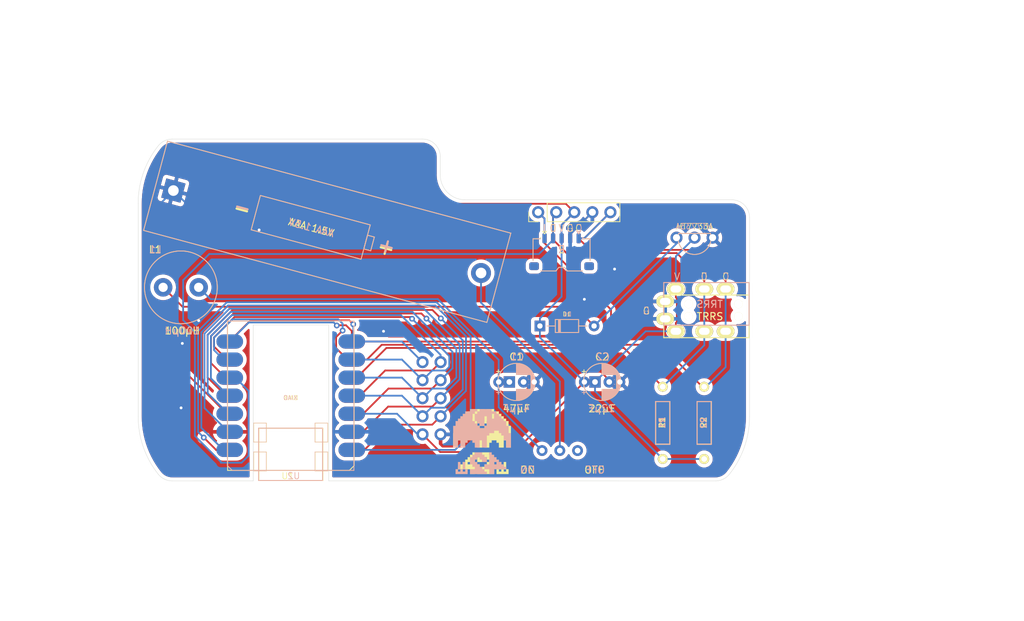
<source format=kicad_pcb>
(kicad_pcb (version 20211014) (generator pcbnew)
  (layers (0 "F.Cu" signal) (31 "B.Cu" signal) (34 "B.Paste" user) (35 "F.Paste" user) (36 "B.SilkS" user "B.Silkscreen") (37 "F.SilkS" user "F.Silkscreen") (38 "B.Mask" user) (39 "F.Mask" user) (44 "Edge.Cuts" user))
  (net 0 "")
  (net 1 "SDA")
  (net 2 "VCC")
  (net 3 "GND")
  (net 4 "SCL")
  (net 5 "Net-(BT1-Pad1)")
  (net 6 "Net-(C1-Pad1)")
  (net 7 "VDD")
  (net 8 "Net-(D1-Pad2)")
  (net 9 "INT")
  (net 10 "d0")
  (net 11 "d1")
  (net 12 "d2")
  (net 13 "d3")
  (net 14 "d7")
  (net 15 "d8")
  (net 16 "d9")
  (net 17 "d10")
  (footprint "mammoth:MJ-4PP-9" (layer "F.Cu") (at 204.17 78.4 -90)
    (fp_text reference "J1")
    (fp_text value "MJ-4PP-9" hide)
    (fp_text user "TRRS" (at -1.7 5.55 -180) (layer "B.SilkS") (effects (justify mirror)))
    (fp_text user "TRRS" (at 0.02 5.5) (layer "F.SilkS"))
    (pad "" np_thru_hole circle (at -1.75 1.5 270) (size 1.2 1.2) (drill 1.2) (layers *.Cu *.Mask "F.SilkS"))
    (pad "" np_thru_hole circle (at 0 1.5 270) (size 1.2 1.2) (drill 1.2) (layers *.Cu *.Mask "F.SilkS"))
    (pad "" np_thru_hole circle (at -1.75 8.5 270) (size 1.2 1.2) (drill 1.2) (layers *.Cu *.Mask "F.SilkS"))
    (pad "" np_thru_hole circle (at 0 8.5 270) (size 1.2 1.2) (drill 1.2) (layers *.Cu *.Mask "F.SilkS"))
    (pad "A" thru_hole oval (at -2.1 11.8 270) (size 1.7 2.5) (drill oval 1 1.5) (layers *.Cu *.Mask "F.SilkS") (net 3 "GND") (clearance 0.15))
    (pad "A" thru_hole oval (at 0.35 11.8 270) (size 1.7 2.5) (drill oval 1 1.5) (layers *.Cu *.Mask "F.SilkS") (net 3 "GND") (clearance 0.15))
    (pad "B" thru_hole oval (at 2.1 3.3 270) (size 1.7 2.5) (drill oval 1 1.5) (layers *.Cu *.Mask "F.SilkS") (net 4 "SCL"))
    (pad "B" thru_hole oval (at -3.85 3.3 270) (size 1.7 2.5) (drill oval 1 1.5) (layers *.Cu *.Mask "F.SilkS") (net 4 "SCL"))
    (pad "C" thru_hole oval (at -3.85 6.3 270) (size 1.7 2.5) (drill oval 1 1.5) (layers *.Cu *.Mask "F.SilkS") (net 1 "SDA"))
    (pad "C" thru_hole oval (at 2.1 6.3 270) (size 1.7 2.5) (drill oval 1 1.5) (layers *.Cu *.Mask "F.SilkS") (net 1 "SDA"))
    (pad "D" thru_hole oval (at 2.1 10.3 270) (size 1.7 2.5) (drill oval 1 1.5) (layers *.Cu *.Mask "F.SilkS") (net 7 "VDD") (clearance 0.15))
    (pad "D" thru_hole oval (at -3.85 10.3 270) (size 1.7 2.5) (drill oval 1 1.5) (layers *.Cu *.Mask "F.SilkS") (net 7 "VDD") (clearance 0.15))
  )
  (footprint "Connector_PinHeader_2.54mm:PinHeader_2x05_P2.54mm_Vertical" (layer "F.Cu") (at 158.237 84.841)
    (fp_text reference "J3" hide)
    (fp_text value "Conn_01x10_Female")
    (pad "1" thru_hole circle (at 0 0) (size 1.7 1.7) (drill 1) (layers *.Cu *.Mask) (net 14 "d7"))
    (pad "2" thru_hole oval (at 2.54 0) (size 1.7 1.7) (drill 1) (layers *.Cu *.Mask) (net 13 "d3"))
    (pad "3" thru_hole oval (at 0 2.54) (size 1.7 1.7) (drill 1) (layers *.Cu *.Mask) (net 15 "d8"))
    (pad "4" thru_hole oval (at 2.54 2.54) (size 1.7 1.7) (drill 1) (layers *.Cu *.Mask) (net 12 "d2"))
    (pad "5" thru_hole oval (at 0 5.08) (size 1.7 1.7) (drill 1) (layers *.Cu *.Mask) (net 16 "d9"))
    (pad "6" thru_hole oval (at 2.54 5.08) (size 1.7 1.7) (drill 1) (layers *.Cu *.Mask) (net 11 "d1"))
    (pad "7" thru_hole oval (at 0 7.62) (size 1.7 1.7) (drill 1) (layers *.Cu *.Mask) (net 17 "d10"))
    (pad "8" thru_hole oval (at 2.54 7.62) (size 1.7 1.7) (drill 1) (layers *.Cu *.Mask) (net 10 "d0"))
    (pad "9" thru_hole oval (at 0 10.16) (size 1.7 1.7) (drill 1) (layers *.Cu *.Mask) (net 7 "VDD"))
    (pad "10" thru_hole oval (at 2.54 10.16) (size 1.7 1.7) (drill 1) (layers *.Cu *.Mask) (net 3 "GND"))
  )
  (footprint "mammoth:bat_case_AAA" (layer "F.Cu") (at 123.19 60.706 -15)
    (fp_text reference "BT1" hide)
    (fp_text value "Battery_Cell")
    (fp_text user "+" (at 31 0 165 unlocked) (layer "B.SilkS") (effects (font (size 2 2) (thickness 0.3)) (justify mirror)))
    (fp_text user "AAA 1.5V" (at 20.100002 0.03 -15 unlocked) (layer "B.SilkS") (effects (justify mirror)))
    (fp_text user "-" (at 10 0 -195 unlocked) (layer "B.SilkS") (effects (font (size 2 2) (thickness 0.3)) (justify mirror)))
    (fp_text user "-" (at 10 0 -15 unlocked) (layer "F.SilkS") (effects (font (size 2 2) (thickness 0.3))))
    (fp_text user "+" (at 31 0 -15 unlocked) (layer "F.SilkS") (effects (font (size 2 2) (thickness 0.3))))
    (fp_text user "AAA 1.5V" (at 20.07 0 -15 unlocked) (layer "F.SilkS"))
    (pad "1" thru_hole circle (at 44.8 0 345) (size 2.8 2.8) (drill 1.5) (layers *.Cu *.Mask) (net 5 "Net-(BT1-Pad1)"))
    (pad "2" thru_hole rect (at 0 0 345) (size 2.8 2.8) (drill 1.5) (layers *.Cu *.Mask) (net 3 "GND"))
  )
  (footprint "mammoth:CP_Radial_D5.0mm_P2.00mm_P5.00mm_rev" (layer "F.Cu") (at 170.45 87.6305)
    (fp_text reference "C1")
    (fp_text value "47μF" (at 1 3.75) (layer "F.SilkS"))
    (fp_text user "47μF" (at 0.986 3.7215 unlocked) (layer "B.SilkS") (effects (justify mirror)))
    (fp_text user "${REFERENCE}" (at 1.09 -3.54 180) (layer "B.SilkS") (effects (justify mirror)))
    (fp_text user "${REFERENCE}" (at 0.99 -3.54) (layer "F.SilkS"))
    (pad "1" thru_hole rect (at 0 0) (size 1.6 1.6) (drill 0.8) (layers *.Cu *.Mask) (net 6 "Net-(C1-Pad1)"))
    (pad "1" thru_hole circle (at -1.5 0) (size 1.524 1.524) (drill 0.762) (layers *.Cu *.Mask) (net 6 "Net-(C1-Pad1)"))
    (pad "2" thru_hole circle (at 3.5 0) (size 1.524 1.524) (drill 0.762) (layers *.Cu *.Mask) (net 3 "GND"))
    (pad "2" thru_hole circle (at 2 0) (size 1.6 1.6) (drill 0.8) (layers *.Cu *.Mask) (net 3 "GND"))
  )
  (footprint "mammoth:D_DO-34_SOD68_P7.62mm_Horizontal" (layer "F.Cu") (at 174.747 79.756)
    (fp_text reference "D1")
    (fp_text value "D_Schottky")
    (fp_text user "${REFERENCE}" (at 3.85 -1.66 180) (layer "B.SilkS") (effects (font (size 0.608 0.608) (thickness 0.0912)) (justify mirror)))
    (fp_text user "${REFERENCE}" (at 3.8 -1.66) (layer "F.SilkS") (effects (font (size 0.608 0.608) (thickness 0.0912))))
    (pad "1" thru_hole rect (at 0 0) (size 1.5 1.5) (drill 0.75) (layers *.Cu *.Mask) (net 7 "VDD"))
    (pad "2" thru_hole oval (at 7.62 0) (size 1.5 1.5) (drill 0.75) (layers *.Cu *.Mask) (net 8 "Net-(D1-Pad2)"))
  )
  (footprint "mammoth:JST_ACH_BM05B-ACHSS-A-GAN-ETF_1x05-1MP_P1.20mm_Vertical_rev" (layer "F.Cu") (at 177.8 69.596)
    (fp_text reference "J2")
    (fp_text value "Conn_01x05_Female")
    (fp_text user "I" (at -2.4 -3.596 unlocked) (layer "B.SilkS") (effects (font (thickness 0.1)) (justify mirror)))
    (fp_text user "V" (at 0 -3.596 unlocked) (layer "B.SilkS") (effects (font (thickness 0.1)) (justify mirror)))
    (fp_text user "R" (at 0 -0.596 unlocked) (layer "B.SilkS") (effects (justify mirror)))
    (fp_text user "C" (at 2.45 -3.596 unlocked) (layer "B.SilkS") (effects (font (thickness 0.1)) (justify mirror)))
    (fp_text user "G" (at 1.2 -3.596 unlocked) (layer "B.SilkS") (effects (font (thickness 0.1)) (justify mirror)))
    (fp_text user "D" (at -1.2 -3.596 unlocked) (layer "B.SilkS") (effects (font (thickness 0.1)) (justify mirror)))
    (fp_text user "V" (at 0 -3.596 unlocked) (layer "F.SilkS") (effects (font (thickness 0.1))))
    (fp_text user "C" (at 2.4 -3.596 unlocked) (layer "F.SilkS") (effects (font (thickness 0.1))))
    (fp_text user "D" (at -1.2 -3.596 unlocked) (layer "F.SilkS") (effects (font (thickness 0.1))))
    (fp_text user "L" (at 0 -0.596 unlocked) (layer "F.SilkS"))
    (fp_text user "I" (at -2.4 -3.596 unlocked) (layer "F.SilkS") (effects (font (thickness 0.1))))
    (fp_text user "G" (at 1.2 -3.596 unlocked) (layer "F.SilkS") (effects (font (thickness 0.1))))
    (pad "1" smd roundrect (at -2.4 -2.175) (size 0.6 1.4) (layers "F.Cu" "F.Paste" "F.Mask") (net 9 "INT"))
    (pad "1" smd roundrect (at -2.4 -2.175) (size 0.6 1.4) (layers "B.Cu" "B.Paste" "B.Mask") (net 9 "INT"))
    (pad "2" smd roundrect (at -1.2 -2.175) (size 0.6 1.4) (layers "B.Cu" "B.Paste" "B.Mask") (net 1 "SDA"))
    (pad "2" smd roundrect (at -1.2 -2.175) (size 0.6 1.4) (layers "F.Cu" "F.Paste" "F.Mask") (net 1 "SDA"))
    (pad "3" smd roundrect (at 0 -2.175) (size 0.6 1.4) (layers "F.Cu" "F.Paste" "F.Mask") (net 7 "VDD"))
    (pad "3" smd roundrect (at 0 -2.175) (size 0.6 1.4) (layers "B.Cu" "B.Paste" "B.Mask") (net 7 "VDD"))
    (pad "4" smd roundrect (at 1.2 -2.175) (size 0.6 1.4) (layers "F.Cu" "F.Paste" "F.Mask") (net 3 "GND"))
    (pad "4" smd roundrect (at 1.2 -2.175 180) (size 0.6 1.4) (layers "B.Cu" "B.Paste" "B.Mask") (net 3 "GND"))
    (pad "5" smd roundrect (at 2.4 -2.175) (size 0.6 1.4) (layers "B.Cu" "B.Paste" "B.Mask") (net 4 "SCL"))
    (pad "5" smd roundrect (at 2.4 -2.175) (size 0.6 1.4) (layers "F.Cu" "F.Paste" "F.Mask") (net 4 "SCL"))
    (pad "MP" smd roundrect (at 3.875 1.75) (size 1.35 1.1) (layers "B.Cu" "B.Paste" "B.Mask"))
    (pad "MP" smd roundrect (at -3.875 1.75) (size 1.35 1.1) (layers "F.Cu" "F.Paste" "F.Mask"))
    (pad "MP" smd roundrect (at -3.875 1.75) (size 1.35 1.1) (layers "B.Cu" "B.Paste" "B.Mask"))
    (pad "MP" smd roundrect (at 3.875 1.75) (size 1.35 1.1) (layers "F.Cu" "F.Paste" "F.Mask"))
  )
  (footprint "Connector_PinHeader_2.54mm:PinHeader_1x05_P2.54mm_Vertical" (layer "F.Cu") (at 174.503 63.754 90)
    (fp_text reference "J4" hide)
    (fp_text value "Conn_01x05_Female")
    (pad "1" thru_hole circle (at 0 0 90) (size 1.7 1.7) (drill 1) (layers *.Cu *.Mask) (net 9 "INT"))
    (pad "2" thru_hole oval (at 0 2.54 90) (size 1.7 1.7) (drill 1) (layers *.Cu *.Mask) (net 1 "SDA"))
    (pad "3" thru_hole oval (at 0 5.08 90) (size 1.7 1.7) (drill 1) (layers *.Cu *.Mask) (net 7 "VDD"))
    (pad "4" thru_hole oval (at 0 7.62 90) (size 1.7 1.7) (drill 1) (layers *.Cu *.Mask) (net 3 "GND"))
    (pad "5" thru_hole oval (at 0 10.16 90) (size 1.7 1.7) (drill 1) (layers *.Cu *.Mask) (net 4 "SCL"))
  )
  (footprint "mammoth:R" (layer "F.Cu") (at 192.024 93.384 90)
    (fp_text reference "R1" (at 0.05 -0.08 90) (layer "F.SilkS") (effects (font (size 0.8128 0.8128))))
    (fp_text value "R" hide)
    (fp_text user "${REFERENCE}" (at 0 -0.0635 90) (layer "B.SilkS") (effects (font (size 0.8128 0.8128)) (justify mirror)))
    (pad "1" thru_hole circle (at -5.08 0 90) (size 1.397 1.397) (drill 0.8128) (layers *.Cu *.Mask "F.SilkS") (net 7 "VDD"))
    (pad "2" thru_hole circle (at 5.08 0 90) (size 1.397 1.397) (drill 0.8128) (layers *.Cu *.Mask "F.SilkS") (net 1 "SDA"))
  )
  (footprint "mammoth:R" (layer "F.Cu") (at 197.852 93.384 90)
    (fp_text reference "R2" (at 0.05 -0.08 90) (layer "F.SilkS") (effects (font (size 0.8128 0.8128))))
    (fp_text value "R" hide)
    (fp_text user "${REFERENCE}" (at 0 -0.0635 90) (layer "B.SilkS") (effects (font (size 0.8128 0.8128)) (justify mirror)))
    (pad "1" thru_hole circle (at -5.08 0 90) (size 1.397 1.397) (drill 0.8128) (layers *.Cu *.Mask "F.SilkS") (net 7 "VDD"))
    (pad "2" thru_hole circle (at 5.08 0 90) (size 1.397 1.397) (drill 0.8128) (layers *.Cu *.Mask "F.SilkS") (net 4 "SCL"))
  )
  (footprint "mammoth:SS-12D00G3" (layer "F.Cu") (at 177.546 97.282)
    (fp_text reference "SW1")
    (fp_text value "SW_SPDT")
    (pad "1" thru_hole circle (at -2.5 0) (size 1.524 1.524) (drill 0.8) (layers *.Cu *.Mask) (net 6 "Net-(C1-Pad1)"))
    (pad "2" thru_hole circle (at 0 0) (size 1.524 1.524) (drill 0.8) (layers *.Cu *.Mask) (net 5 "Net-(BT1-Pad1)"))
    (pad "3" thru_hole circle (at 2.5 0) (size 1.524 1.524) (drill 0.8) (layers *.Cu *.Mask))
  )
  (footprint "mammoth:Seeeduino XIAO-MOUDLE14P-2.54-21X17.8MM" (layer "F.Cu") (at 148.6154 79.0694 180)
    (fp_text reference "U1" (at 9.3345 -21.7805) (layer "F.SilkS") (effects (font (size 0.889 0.889) (thickness 0.1016))))
    (fp_text value "XIAO" (at 8.89 -10.795) (layer "F.SilkS") (effects (font (size 0.6096 0.6096) (thickness 0.0762))))
    (pad "1" smd oval (at 0.33312 -18.11782 180) (size 3.74828 1.99898) (layers "F.Cu" "F.Paste" "F.Mask") (net 10 "d0"))
    (pad "2" smd oval (at 0.33312 -15.57782 180) (size 3.74828 1.99898) (layers "F.Cu" "F.Paste" "F.Mask") (net 11 "d1"))
    (pad "3" smd oval (at 0.33312 -13.03782 180) (size 3.74828 1.99898) (layers "F.Cu" "F.Paste" "F.Mask") (net 12 "d2"))
    (pad "4" smd oval (at 0.33312 -10.49782 180) (size 3.74828 1.99898) (layers "F.Cu" "F.Paste" "F.Mask") (net 13 "d3"))
    (pad "5" smd oval (at 0.33312 -7.95782 180) (size 3.74828 1.99898) (layers "F.Cu" "F.Paste" "F.Mask") (net 1 "SDA"))
    (pad "6" smd oval (at 0.33312 -5.41782 180) (size 3.74828 1.99898) (layers "F.Cu" "F.Paste" "F.Mask") (net 4 "SCL"))
    (pad "7" smd oval (at 0.33312 -2.87782 180) (size 3.74828 1.99898) (layers "F.Cu" "F.Paste" "F.Mask") (net 9 "INT"))
    (pad "8" smd oval (at 17.49768 -2.87782 180) (size 3.74828 1.99898) (layers "F.Cu" "F.Paste" "F.Mask") (net 14 "d7"))
    (pad "9" smd oval (at 17.49768 -5.41782 180) (size 3.74828 1.99898) (layers "F.Cu" "F.Paste" "F.Mask") (net 15 "d8"))
    (pad "10" smd oval (at 17.49768 -7.95782 180) (size 3.74828 1.99898) (layers "F.Cu" "F.Paste" "F.Mask") (net 16 "d9"))
    (pad "11" smd oval (at 17.49768 -10.49782 180) (size 3.74828 1.99898) (layers "F.Cu" "F.Paste" "F.Mask") (net 17 "d10"))
    (pad "12" smd oval (at 17.49768 -13.03782 180) (size 3.74828 1.99898) (layers "F.Cu" "F.Paste" "F.Mask") (net 7 "VDD"))
    (pad "13" smd oval (at 17.49768 -15.57782 180) (size 3.74828 1.99898) (layers "F.Cu" "F.Paste" "F.Mask") (net 3 "GND"))
    (pad "14" smd oval (at 17.49768 -18.11782 180) (size 3.74828 1.99898) (layers "F.Cu" "F.Paste" "F.Mask") (net 2 "VCC"))
  )
  (footprint "mammoth:CP_Radial_D5.0mm_P2.00mm_P5.00mm_rev" (layer "F.Cu") (at 182.499 87.6305)
    (fp_text reference "C2")
    (fp_text value "22μF" (at 1 3.75) (layer "F.SilkS"))
    (fp_text user "22μF" (at 0.875 3.7215 unlocked) (layer "B.SilkS") (effects (justify mirror)))
    (fp_text user "${REFERENCE}" (at 1.09 -3.54 180) (layer "B.SilkS") (effects (justify mirror)))
    (fp_text user "${REFERENCE}" (at 0.99 -3.54) (layer "F.SilkS"))
    (pad "1" thru_hole circle (at -1.5 0) (size 1.524 1.524) (drill 0.762) (layers *.Cu *.Mask) (net 7 "VDD"))
    (pad "1" thru_hole rect (at 0 0) (size 1.6 1.6) (drill 0.8) (layers *.Cu *.Mask) (net 7 "VDD"))
    (pad "2" thru_hole circle (at 2 0) (size 1.6 1.6) (drill 0.8) (layers *.Cu *.Mask) (net 3 "GND"))
    (pad "2" thru_hole circle (at 3.5 0) (size 1.524 1.524) (drill 0.762) (layers *.Cu *.Mask) (net 3 "GND"))
  )
  (footprint "mammoth:HT7733A" (layer "F.Cu") (at 199.04 67.3315 180)
    (fp_text reference "U3")
    (fp_text value "HT7733A" (at 2.51 1.58 180) (layer "F.SilkS") (effects (font (size 0.8 0.8) (thickness 0.1))))
    (fp_text user "HT7733A" (at 2.62 1.58 180) (layer "B.SilkS") (effects (font (size 0.8 0.8) (thickness 0.1)) (justify mirror)))
    (pad "1" thru_hole circle (at 0 0 180) (size 1.7 1.7) (drill 1) (layers *.Cu *.Mask) (net 3 "GND"))
    (pad "2" thru_hole oval (at 2.54 0 180) (size 1.7 1.7) (drill 1) (layers *.Cu *.Mask) (net 7 "VDD"))
    (pad "3" thru_hole oval (at 5.08 0 180) (size 1.7 1.7) (drill 1) (layers *.Cu *.Mask) (net 8 "Net-(D1-Pad2)"))
  )
  (footprint "mammoth:L_Radial_D10.0mm_P5.00mm_Fastron_07M" (layer "F.Cu") (at 126.746 74.3204 180)
    (fp_text reference "L1" (at 6.11 5.3204 180) (layer "F.SilkS"))
    (fp_text value "100μH" (at 2.3 -6.1096 180) (layer "F.SilkS"))
    (fp_text user "${REFERENCE}" (at 6.11 5.3204 180) (layer "B.SilkS") (effects (justify mirror)))
    (fp_text user "100μH" (at 2.3 -6.1096 unlocked) (layer "B.SilkS") (effects (justify mirror)))
    (pad "1" thru_hole circle (at 0 0 180) (size 2.6 2.6) (drill 1.3) (layers *.Cu *.Mask) (net 6 "Net-(C1-Pad1)"))
    (pad "2" thru_hole circle (at 5 0 180) (size 2.6 2.6) (drill 1.3) (layers *.Cu *.Mask) (net 8 "Net-(D1-Pad2)"))
  )
  (footprint "mammoth:icon" (layer "F.Cu") (at 166.61 96.178)
    (fp_text reference "G***" hide)
    (fp_text value "LOGO" hide)
  )
  (footprint "mammoth:Seeeduino XIAO-MOUDLE14P-2.54-21X17.8MM" (layer "B.Cu") (at 130.7817 79.0626)
    (fp_text reference "U2" (at 9.3345 21.7805) (layer "B.SilkS") (effects (font (size 0.889 0.889) (thickness 0.1016)) (justify mirror)))
    (fp_text value "XIAO" (at 8.89 10.795) (layer "B.SilkS") (effects (font (size 0.6096 0.6096) (thickness 0.0762)) (justify mirror)))
    (pad "1" smd oval (at 0.33312 18.11782) (size 3.74828 1.99898) (layers "B.Cu" "B.Paste" "B.Mask") (net 10 "d0"))
    (pad "2" smd oval (at 0.33312 15.57782) (size 3.74828 1.99898) (layers "B.Cu" "B.Paste" "B.Mask") (net 11 "d1"))
    (pad "3" smd oval (at 0.33312 13.03782) (size 3.74828 1.99898) (layers "B.Cu" "B.Paste" "B.Mask") (net 12 "d2"))
    (pad "4" smd oval (at 0.33312 10.49782) (size 3.74828 1.99898) (layers "B.Cu" "B.Paste" "B.Mask") (net 13 "d3"))
    (pad "5" smd oval (at 0.33312 7.95782) (size 3.74828 1.99898) (layers "B.Cu" "B.Paste" "B.Mask") (net 1 "SDA"))
    (pad "6" smd oval (at 0.33312 5.41782) (size 3.74828 1.99898) (layers "B.Cu" "B.Paste" "B.Mask") (net 4 "SCL"))
    (pad "7" smd oval (at 0.33312 2.87782) (size 3.74828 1.99898) (layers "B.Cu" "B.Paste" "B.Mask") (net 9 "INT"))
    (pad "8" smd oval (at 17.49768 2.87782) (size 3.74828 1.99898) (layers "B.Cu" "B.Paste" "B.Mask") (net 14 "d7"))
    (pad "9" smd oval (at 17.49768 5.41782) (size 3.74828 1.99898) (layers "B.Cu" "B.Paste" "B.Mask") (net 15 "d8"))
    (pad "10" smd oval (at 17.49768 7.95782) (size 3.74828 1.99898) (layers "B.Cu" "B.Paste" "B.Mask") (net 16 "d9"))
    (pad "11" smd oval (at 17.49768 10.49782) (size 3.74828 1.99898) (layers "B.Cu" "B.Paste" "B.Mask") (net 17 "d10"))
    (pad "12" smd oval (at 17.49768 13.03782) (size 3.74828 1.99898) (layers "B.Cu" "B.Paste" "B.Mask") (net 7 "VDD"))
    (pad "13" smd oval (at 17.49768 15.57782) (size 3.74828 1.99898) (layers "B.Cu" "B.Paste" "B.Mask") (net 3 "GND"))
    (pad "14" smd oval (at 17.49768 18.11782) (size 3.74828 1.99898) (layers "B.Cu" "B.Paste" "B.Mask") (net 2 "VCC"))
  )
  (footprint "mammoth:icon" (layer "B.Cu") (at 166.61 96.178 180)
    (fp_text reference "G***" hide)
    (fp_text value "LOGO" hide)
  )
  (gr_line (start 134.4168 101.5492) (end 134.4168 79.6036) (layer "Edge.Cuts") (width 0.05))
  (gr_arc (start 201.735049 62.005552) (mid 203.502816 62.737785) (end 204.235049 64.505552) (layer "Edge.Cuts") (width 0.05))
  (gr_line (start 118.23505 92.505551) (end 118.23505 62.505551) (layer "Edge.Cuts") (width 0.05))
  (gr_arc (start 118.235049 62.505551) (mid 118.964383 58.212447) (end 121.070548 54.401052) (layer "Edge.Cuts") (width 0.05))
  (gr_line (start 134.4168 101.5492) (end 123.02526 101.551493) (layer "Edge.Cuts") (width 0.05))
  (gr_line (start 164.23505 62.005551) (end 201.735049 62.005552) (layer "Edge.Cuts") (width 0.05))
  (gr_arc (start 204.235049 92.505552) (mid 203.505716 96.798656) (end 201.399551 100.610051) (layer "Edge.Cuts") (width 0.05))
  (gr_line (start 145.034 79.6036) (end 145.034 101.5492) (layer "Edge.Cuts") (width 0.05))
  (gr_line (start 134.4168 79.6036) (end 145.034 79.6036) (layer "Edge.Cuts") (width 0.05))
  (gr_line (start 145.034 101.5492) (end 199.444839 101.551493) (layer "Edge.Cuts") (width 0.05))
  (gr_arc (start 164.235051 62.005551) (mid 161.760177 60.980425) (end 160.73505 58.505552) (layer "Edge.Cuts") (width 0.05))
  (gr_line (start 160.73505 55.95961) (end 160.73505 58.505552) (layer "Edge.Cuts") (width 0.05))
  (gr_arc (start 123.02526 101.551493) (mid 121.940455 101.303869) (end 121.070548 100.610051) (layer "Edge.Cuts") (width 0.05))
  (gr_line (start 123.02526 53.45961) (end 158.23505 53.45961) (layer "Edge.Cuts") (width 0.05))
  (gr_line (start 204.235049 64.505552) (end 204.23505 92.505551) (layer "Edge.Cuts") (width 0.05))
  (gr_arc (start 121.070548 54.401052) (mid 121.940454 53.707234) (end 123.02526 53.45961) (layer "Edge.Cuts") (width 0.05))
  (gr_arc (start 158.23505 53.45961) (mid 160.002817 54.191843) (end 160.73505 55.95961) (layer "Edge.Cuts") (width 0.05))
  (gr_arc (start 121.070548 100.61005) (mid 118.964383 96.798655) (end 118.23505 92.505551) (layer "Edge.Cuts") (width 0.05))
  (gr_arc (start 201.399551 100.610051) (mid 200.529645 101.303869) (end 199.444839 101.551493) (layer "Edge.Cuts") (width 0.05))
  (gr_text "V" (at 194.042 72.81) (layer "B.SilkS") (effects (font (size 1 1) (thickness 0.1)) (justify mirror)))
  (gr_text "ON\n" (at 173 100) (layer "B.SilkS") (effects (font (size 1 1)) (justify mirror)))
  (gr_text "C" (at 200.9 72.81) (layer "B.SilkS") (effects (font (size 1 1) (thickness 0.1)) (justify mirror)))
  (gr_text "G" (at 189.724 77.636) (layer "B.SilkS") (effects (font (size 1 1) (thickness 0.1)) (justify mirror)))
  (gr_text "OFF\n" (at 182.5 100) (layer "B.SilkS") (effects (font (size 1 1)) (justify mirror)))
  (gr_text "D" (at 197.852 72.81) (layer "B.SilkS") (effects (font (size 1 1) (thickness 0.1)) (justify mirror)))
  (gr_text "V" (at 194.042 72.81) (layer "F.SilkS") (effects (font (size 1 1) (thickness 0.1))))
  (gr_text "D" (at 197.852 72.81) (layer "F.SilkS") (effects (font (size 1 1) (thickness 0.1))))
  (gr_text "OFF\n" (at 182.3974 100) (layer "F.SilkS") (effects (font (size 1 1))))
  (gr_text "C" (at 200.9 72.81) (layer "F.SilkS") (effects (font (size 1 1) (thickness 0.1))))
  (gr_text "ON" (at 173.0248 100) (layer "F.SilkS") (effects (font (size 1 1))))
  (gr_text "G" (at 189.724 77.636) (layer "F.SilkS") (effects (font (size 1 1) (thickness 0.1))))
  (segment (start 192.024 88.304) (end 186.56626 82.84626) (width 0.25) (layer "F.Cu") (net 1))
  (segment (start 176.6 67.6157) (end 178.4843 69.5) (width 0.25) (layer "F.Cu") (net 1))
  (segment (start 197.87 73.3747) (end 197.87 74.55) (width 0.25) (layer "F.Cu") (net 1))
  (segment (start 186.56626 82.84626) (end 153.15374 82.84626) (width 0.25) (layer "F.Cu") (net 1))
  (segment (start 178.4843 69.5) (end 193.9953 69.5) (width 0.25) (layer "F.Cu") (net 1))
  (segment (start 176.6 67.421) (end 176.6 64.197) (width 0.25) (layer "F.Cu") (net 1))
  (segment (start 193.9953 69.5) (end 197.87 73.3747) (width 0.25) (layer "F.Cu") (net 1))
  (segment (start 149.81904 86.18096) (end 149.81904 87.02722) (width 0.25) (layer "F.Cu") (net 1))
  (segment (start 153.15374 82.84626) (end 149.81904 86.18096) (width 0.25) (layer "F.Cu") (net 1))
  (segment (start 174.6115 69.6318) (end 128.2342 69.6318) (width 0.25) (layer "B.Cu") (net 1))
  (segment (start 129.8633 98.9907) (end 132.7794 98.9907) (width 0.25) (layer "B.Cu") (net 1))
  (segment (start 197.87 74.55) (end 197.87 80.5) (width 0.25) (layer "B.Cu") (net 1))
  (segment (start 128.2342 69.6318) (end 124.5616 73.3044) (width 0.25) (layer "B.Cu") (net 1))
  (segment (start 124.5616 78.93204) (end 126.21818 80.58862) (width 0.25) (layer "B.Cu") (net 1))
  (segment (start 176.6 67.6433) (end 174.6115 69.6318) (width 0.25) (layer "B.Cu") (net 1))
  (segment (start 124.5616 73.3044) (end 124.5616 78.93204) (width 0.25) (layer "B.Cu") (net 1))
  (segment (start 197.87 82.458) (end 197.87 80.5) (width 0.25) (layer "B.Cu") (net 1))
  (segment (start 192.024 88.304) (end 197.87 82.458) (width 0.25) (layer "B.Cu") (net 1))
  (segment (start 176.6 67.421) (end 176.6 64.197) (width 0.25) (layer "B.Cu") (net 1))
  (segment (start 132.7794 98.9907) (end 133.7713 97.9988) (width 0.25) (layer "B.Cu") (net 1))
  (segment (start 133.7713 88.8851) (end 131.90662 87.02042) (width 0.25) (layer "B.Cu") (net 1))
  (segment (start 126.21818 80.58862) (end 126.21818 95.23018) (width 0.25) (layer "B.Cu") (net 1))
  (segment (start 133.7713 97.9988) (end 133.7713 88.8851) (width 0.25) (layer "B.Cu") (net 1))
  (segment (start 126.21818 95.23018) (end 129.8633 98.8753) (width 0.25) (layer "B.Cu") (net 1))
  (segment (start 129.8633 98.8753) (end 129.8633 98.9907) (width 0.25) (layer "B.Cu") (net 1))
  (segment (start 127.461499 95.448901) (end 129.199818 97.18722) (width 0.25) (layer "F.Cu") (net 2))
  (segment (start 129.199818 97.18722) (end 131.11772 97.18722) (width 0.25) (layer "F.Cu") (net 2))
  (segment (start 129.19122 97.18722) (end 131.11772 97.18722) (width 0.25) (layer "F.Cu") (net 2))
  (via (at 127.461499 95.448901) (size 0.8) (drill 0.4) (layers "F.Cu" "B.Cu") (net 2))
  (segment (start 162.8196 97.1804) (end 148.2794 97.1804) (width 0.25) (layer "B.Cu") (net 2))
  (segment (start 130.69808 76.425134) (end 160.211169 76.425134) (width 0.25) (layer "B.Cu") (net 2))
  (segment (start 165 81.213965) (end 165 95) (width 0.25) (layer "B.Cu") (net 2))
  (segment (start 126.6677 80.455512) (end 130.69808 76.425134) (width 0.25) (layer "B.Cu") (net 2))
  (segment (start 127.461499 95.448901) (end 126.6677 94.655102) (width 0.25) (layer "B.Cu") (net 2))
  (segment (start 160.211169 76.425134) (end 165 81.213965) (width 0.25) (layer "B.Cu") (net 2))
  (segment (start 165 95) (end 162.8196 97.1804) (width 0.25) (layer "B.Cu") (net 2))
  (segment (start 126.6677 94.655102) (end 126.6677 80.455512) (width 0.25) (layer "B.Cu") (net 2))
  (segment (start 176.3305 85.25) (end 173.95 87.6305) (width 0.25) (layer "F.Cu") (net 3))
  (segment (start 192.37 76.3) (end 189.8 76.3) (width 0.25) (layer "F.Cu") (net 3))
  (segment (start 183.25 81.25) (end 153.5 81.25) (width 0.25) (layer "F.Cu") (net 3))
  (segment (start 189.8 76.3) (end 185.25 71.75) (width 0.25) (layer "F.Cu") (net 3))
  (segment (start 202.25 93) (end 202.25 88.13) (width 0.25) (layer "F.Cu") (net 3))
  (segment (start 184 80.5) (end 183.25 81.25) (width 0.25) (layer "F.Cu") (net 3))
  (segment (start 153.5 81.25) (end 152.75 80.5) (width 0.25) (layer "F.Cu") (net 3))
  (segment (start 171.25 66.25) (end 181 76) (width 0.25) (layer "F.Cu") (net 3))
  (segment (start 124.446 82.208) (end 126.75 79.904) (width 0.25) (layer "F.Cu") (net 3))
  (segment (start 184.499 87.6305) (end 191.6185 94.75) (width 0.25) (layer "F.Cu") (net 3))
  (segment (start 184 79) (end 184 80.5) (width 0.25) (layer "F.Cu") (net 3))
  (segment (start 135.25 66.25) (end 171.25 66.25) (width 0.25) (layer "F.Cu") (net 3))
  (segment (start 191.6185 94.75) (end 200.5 94.75) (width 0.25) (layer "F.Cu") (net 3))
  (segment (start 200.5 94.75) (end 202.25 93) (width 0.25) (layer "F.Cu") (net 3))
  (segment (start 192.37 76.3) (end 192.37 78.75) (width 0.25) (layer "F.Cu") (net 3))
  (segment (start 127.64722 94.64722) (end 131.11772 94.64722) (width 0.25) (layer "F.Cu") (net 3))
  (segment (start 189.5 79) (end 189.5 76.75) (width 0.25) (layer "F.Cu") (net 3))
  (segment (start 196.518 86.018) (end 189.5 79) (width 0.25) (layer "F.Cu") (net 3))
  (segment (start 202.25 88.13) (end 200.138 86.018) (width 0.25) (layer "F.Cu") (net 3))
  (segment (start 189.95 76.3) (end 192.37 76.3) (width 0.25) (layer "F.Cu") (net 3))
  (segment (start 124.272 91.272) (end 127.64722 94.64722) (width 0.25) (layer "F.Cu") (net 3))
  (segment (start 200.138 86.018) (end 196.518 86.018) (width 0.25) (layer "F.Cu") (net 3))
  (segment (start 179 66.877) (end 182.123 63.754) (width 0.25) (layer "F.Cu") (net 3))
  (segment (start 126.75 79.904) (end 126.75 79) (width 0.25) (layer "F.Cu") (net 3))
  (segment (start 181 76) (end 184 79) (width 0.25) (layer "F.Cu") (net 3))
  (segment (start 184.499 87.381478) (end 182.367522 85.25) (width 0.25) (layer "F.Cu") (net 3))
  (segment (start 166.5795 95.001) (end 160.777 95.001) (width 0.25) (layer "F.Cu") (net 3))
  (segment (start 182.367522 85.25) (end 176.3305 85.25) (width 0.25) (layer "F.Cu") (net 3))
  (segment (start 189.5 76.75) (end 189.95 76.3) (width 0.25) (layer "F.Cu") (net 3))
  (segment (start 173.95 87.6305) (end 166.5795 95.001) (width 0.25) (layer "F.Cu") (net 3))
  (via (at 124.272 91.272) (size 0.8) (drill 0.4) (layers "F.Cu" "B.Cu") (net 3))
  (via (at 135.25 66.25) (size 0.8) (drill 0.4) (layers "F.Cu" "B.Cu") (net 3))
  (via (at 185.25 71.75) (size 0.8) (drill 0.4) (layers "F.Cu" "B.Cu") (net 3))
  (via (at 181 76) (size 0.8) (drill 0.4) (layers "F.Cu" "B.Cu") (net 3))
  (via (at 124.446 82.208) (size 0.8) (drill 0.4) (layers "F.Cu" "B.Cu") (net 3))
  (via (at 126.75 79) (size 0.8) (drill 0.4) (layers "F.Cu" "B.Cu") (net 3))
  (via (at 152.75 80.5) (size 0.8) (drill 0.4) (layers "F.Cu" "B.Cu") (net 3))
  (segment (start 181 76) (end 179 74) (width 0.25) (layer "B.Cu") (net 3))
  (segment (start 181 76) (end 185.25 71.75) (width 0.25) (layer "B.Cu") (net 3))
  (segment (start 179 66.877) (end 182.123 63.754) (width 0.25) (layer "B.Cu") (net 3))
  (segment (start 121.404 79.154) (end 121.404 79.166) (width 0.25) (layer "B.Cu") (net 3))
  (segment (start 119.25 77) (end 121.404 79.154) (width 0.25) (layer "B.Cu") (net 3))
  (segment (start 128.734 66.25) (end 135.25 66.25) (width 0.25) (layer "B.Cu") (net 3))
  (segment (start 185.25 71.75) (end 192.25 64.75) (width 0.25) (layer "B.Cu") (net 3))
  (segment (start 196.4585 64.75) (end 199.04 67.3315) (width 0.25) (layer "B.Cu") (net 3))
  (segment (start 124.446 91.098) (end 124.272 91.272) (width 0.25) (layer "B.Cu") (net 3))
  (segment (start 123.19 60.706) (end 128.734 66.25) (width 0.25) (layer "B.Cu") (net 3))
  (segment (start 179 74) (end 179 67.421) (width 0.25) (layer "B.Cu") (net 3))
  (segment (start 192.25 64.75) (end 196.4585 64.75) (width 0.25) (layer "B.Cu") (net 3))
  (segment (start 123.19 60.706) (end 119.75 64.146) (width 0.25) (layer "B.Cu") (net 3))
  (segment (start 119.25 64.646) (end 119.25 77) (width 0.25) (layer "B.Cu") (net 3))
  (segment (start 119.75 64.146) (end 119.25 64.646) (width 0.25) (layer "B.Cu") (net 3))
  (segment (start 121.404 79.166) (end 124.446 82.208) (width 0.25) (layer "B.Cu") (net 3))
  (segment (start 124.446 82.208) (end 124.446 91.098) (width 0.25) (layer "B.Cu") (net 3))
  (segment (start 191.69074 82.39674) (end 152.5 82.39674) (width 0.25) (layer "F.Cu") (net 4))
  (segment (start 196.54578 69.05048) (end 200.87 73.3747) (width 0.25) (layer "F.Cu") (net 4))
  (segment (start 146.0828 82.8728) (end 147.69722 84.48722) (width 0.25) (layer "F.Cu") (net 4))
  (segment (start 180.996 67.421) (end 184.663 63.754) (width 0.25) (layer "F.Cu") (net 4))
  (segment (start 152.5 82.39674) (end 150.40952 84.48722) (width 0.25) (layer "F.Cu") (net 4))
  (segment (start 181.80048 69.05048) (end 196.54578 69.05048) (width 0.25) (layer "F.Cu") (net 4))
  (segment (start 200.87 74.55) (end 200.87 73.3747) (width 0.25) (layer "F.Cu") (net 4))
  (segment (start 146.995946 80.394565) (end 146.0828 81.307711) (width 0.25) (layer "F.Cu") (net 4))
  (segment (start 180.2 67.421) (end 180.996 67.421) (width 0.25) (layer "F.Cu") (net 4))
  (segment (start 146.0828 81.307711) (end 146.0828 82.8728) (width 0.25) (layer "F.Cu") (net 4))
  (segment (start 180.2 67.45) (end 181.80048 69.05048) (width 0.25) (layer "F.Cu") (net 4))
  (segment (start 197.852 88.558) (end 191.69074 82.39674) (width 0.25) (layer "F.Cu") (net 4))
  (segment (start 150.40952 84.48722) (end 148.28228 84.48722) (width 0.25) (layer "F.Cu") (net 4))
  (via (at 146.995946 80.394565) (size 0.8) (drill 0.4) (layers "F.Cu" "B.Cu") (net 4))
  (segment (start 200.87 85.54) (end 200.87 80.5) (width 0.25) (layer "B.Cu") (net 4))
  (segment (start 180.2 67.421) (end 180.996 67.421) (width 0.25) (layer "B.Cu") (net 4))
  (segment (start 128.9153 81.3865) (end 128.9153 83.15555) (width 0.25) (layer "B.Cu") (net 4))
  (segment (start 130.24017 84.48042) (end 128.9153 83.15555) (width 0.25) (layer "B.Cu") (net 4))
  (segment (start 146.3823 78.8087) (end 131.4931 78.8087) (width 0.25) (layer "B.Cu") (net 4))
  (segment (start 180.996 67.421) (end 184.663 63.754) (width 0.25) (layer "B.Cu") (net 4))
  (segment (start 146.995946 79.422346) (end 146.995946 80.394565) (width 0.25) (layer "B.Cu") (net 4))
  (segment (start 131.4931 78.8087) (end 128.9153 81.3865) (width 0.25) (layer "B.Cu") (net 4))
  (segment (start 197.852 88.558) (end 200.87 85.54) (width 0.25) (layer "B.Cu") (net 4))
  (segment (start 146.3823 78.8087) (end 146.995946 79.422346) (width 0.25) (layer "B.Cu") (net 4))
  (segment (start 200.87 80.5) (end 200.87 74.55) (width 0.25) (layer "B.Cu") (net 4))
  (segment (start 177.546 87.5617) (end 166.4635 76.4792) (width 0.25) (layer "B.Cu") (net 5))
  (segment (start 177.546 97.282) (end 177.546 87.5617) (width 0.25) (layer "B.Cu") (net 5))
  (segment (start 166.4635 76.4792) (end 166.4635 72.3011) (width 0.25) (layer "B.Cu") (net 5))
  (segment (start 168.95 87.6305) (end 170.45 87.6305) (width 0.25) (layer "F.Cu") (net 6))
  (segment (start 168.95 87.6305) (end 168.95 91.186) (width 0.25) (layer "B.Cu") (net 6))
  (segment (start 128.401214 75.975614) (end 160.397367 75.975614) (width 0.25) (layer "B.Cu") (net 6))
  (segment (start 160.397367 75.975614) (end 168.95 84.528247) (width 0.25) (layer "B.Cu") (net 6))
  (segment (start 168.95 84.528247) (end 168.95 87.6305) (width 0.25) (layer "B.Cu") (net 6))
  (segment (start 126.746 74.3204) (end 128.401214 75.975614) (width 0.25) (layer "B.Cu") (net 6))
  (segment (start 168.95 91.186) (end 175.046 97.282) (width 0.25) (layer "B.Cu") (net 6))
  (segment (start 180.999 87.6305) (end 171.1443 97.4852) (width 0.25) (layer "F.Cu") (net 7))
  (segment (start 193.87 80.5) (end 193.87 79.3247) (width 0.25) (layer "F.Cu") (net 7))
  (segment (start 182.499 87.6305) (end 181.3737 87.6305) (width 0.25) (layer "F.Cu") (net 7))
  (segment (start 177.8 65.537) (end 177.8 67.421) (width 0.25) (layer "F.Cu") (net 7))
  (segment (start 194.0136 79.1811) (end 194.0136 75.8689) (width 0.25) (layer "F.Cu") (net 7))
  (segment (start 171.1443 97.4852) (end 160.7212 97.4852) (width 0.25) (layer "F.Cu") (net 7))
  (segment (start 179.583 63.754) (end 177.8 65.537) (width 0.25) (layer "F.Cu") (net 7))
  (segment (start 193.87 74.55) (end 193.87 75.7253) (width 0.25) (layer "F.Cu") (net 7))
  (segment (start 130.71522 92.10722) (end 119.6848 81.0768) (width 0.25) (layer "F.Cu") (net 7))
  (segment (start 178.392 62.563) (end 179.583 63.754) (width 0.25) (layer "F.Cu") (net 7))
  (segment (start 160.7212 97.4852) (end 158.237 95.001) (width 0.25) (layer "F.Cu") (net 7))
  (segment (start 119.6848 81.0768) (end 119.6848 73.0504) (width 0.25) (layer "F.Cu") (net 7))
  (segment (start 194.0136 75.8689) (end 193.87 75.7253) (width 0.25) (layer "F.Cu") (net 7))
  (segment (start 193.87 79.3247) (end 194.0136 79.1811) (width 0.25) (layer "F.Cu") (net 7))
  (segment (start 119.6848 73.0504) (end 130.1722 62.563) (width 0.25) (layer "F.Cu") (net 7))
  (segment (start 130.1722 62.563) (end 178.392 62.563) (width 0.25) (layer "F.Cu") (net 7))
  (segment (start 182.499 87.6305) (end 182.499 88.939) (width 0.25) (layer "B.Cu") (net 7))
  (segment (start 177.8 67.421) (end 177.8 75.6277) (width 0.25) (layer "B.Cu") (net 7))
  (segment (start 193.87 69.9615) (end 196.5 67.3315) (width 0.25) (layer "B.Cu") (net 7))
  (segment (start 192.024 98.464) (end 197.598 98.464) (width 0.25) (layer "B.Cu") (net 7))
  (segment (start 174.747 81.3785) (end 174.747 79.756) (width 0.25) (layer "B.Cu") (net 7))
  (segment (start 177.8 65.537) (end 179.583 63.754) (width 0.25) (layer "B.Cu") (net 7))
  (segment (start 154.645102 92.10042) (end 148.27938 92.10042) (width 0.25) (layer "B.Cu") (net 7))
  (segment (start 193.87 74.55) (end 193.87 69.9615) (width 0.25) (layer "B.Cu") (net 7))
  (segment (start 157.545682 95.001) (end 154.645102 92.10042) (width 0.25) (layer "B.Cu") (net 7))
  (segment (start 182.499 87.6305) (end 189.6295 80.5) (width 0.25) (layer "B.Cu") (net 7))
  (segment (start 182.499 88.939) (end 192.024 98.464) (width 0.25) (layer "B.Cu") (net 7))
  (segment (start 177.8 75.6277) (end 174.747 78.6807) (width 0.25) (layer "B.Cu") (net 7))
  (segment (start 177.8 67.421) (end 177.8 65.537) (width 0.25) (layer "B.Cu") (net 7))
  (segment (start 174.747 79.756) (end 174.747 78.6807) (width 0.25) (layer "B.Cu") (net 7))
  (segment (start 189.6295 80.5) (end 193.87 80.5) (width 0.25) (layer "B.Cu") (net 7))
  (segment (start 180.999 87.6305) (end 174.747 81.3785) (width 0.25) (layer "B.Cu") (net 7))
  (segment (start 179.66148 77.05048) (end 128.44952 77.05048) (width 0.25) (layer "F.Cu") (net 8))
  (segment (start 124.475889 77.050289) (end 121.746 74.3204) (width 0.25) (layer "F.Cu") (net 8))
  (segment (start 128.44952 77.05048) (end 128.449329 77.050289) (width 0.25) (layer "F.Cu") (net 8))
  (segment (start 128.449329 77.050289) (end 124.475889 77.050289) (width 0.25) (layer "F.Cu") (net 8))
  (segment (start 182.367 79.756) (end 179.66148 77.05048) (width 0.25) (layer "F.Cu") (net 8))
  (segment (start 193.96 68.163) (end 193.96 67.3315) (width 0.25) (layer "B.Cu") (net 8))
  (segment (start 182.367 79.756) (end 193.96 68.163) (width 0.25) (layer "B.Cu") (net 8))
  (segment (start 175.4 68.1) (end 175.4 67.421) (width 0.25) (layer "F.Cu") (net 9))
  (segment (start 183.30278 81.94722) (end 184.75 80.5) (width 0.25) (layer "F.Cu") (net 9))
  (segment (start 184.75 80.5) (end 184.75 77.45) (width 0.25) (layer "F.Cu") (net 9))
  (segment (start 175.4 67.421) (end 175.4 64.651) (width 0.25) (layer "F.Cu") (net 9))
  (segment (start 175.4 64.651) (end 174.503 63.754) (width 0.25) (layer "F.Cu") (net 9))
  (segment (start 147.4724 79.6544) (end 148.28228 80.46428) (width 0.25) (layer "F.Cu") (net 9))
  (segment (start 146.1712 79.6867) (end 146.2035 79.6544) (width 0.25) (layer "F.Cu") (net 9))
  (segment (start 148.28228 81.94722) (end 183.30278 81.94722) (width 0.25) (layer "F.Cu") (net 9))
  (segment (start 146.2035 79.6544) (end 147.4724 79.6544) (width 0.25) (layer "F.Cu") (net 9))
  (segment (start 184.75 77.45) (end 175.4 68.1) (width 0.25) (layer "F.Cu") (net 9))
  (segment (start 148.28228 80.46428) (end 148.28228 81.94722) (width 0.25) (layer "F.Cu") (net 9))
  (via (at 146.1712 79.6867) (size 0.8) (drill 0.4) (layers "F.Cu" "B.Cu") (net 9))
  (segment (start 145.7436 79.2591) (end 133.7961 79.2591) (width 0.25) (layer "B.Cu") (net 9))
  (segment (start 146.1712 79.6867) (end 145.7436 79.2591) (width 0.25) (layer "B.Cu") (net 9))
  (segment (start 133.7961 79.2591) (end 131.1148 81.9404) (width 0.25) (layer "B.Cu") (net 9))
  (segment (start 175.4 64.651) (end 174.503 63.754) (width 0.25) (layer "B.Cu") (net 9))
  (segment (start 175.4 67.421) (end 175.4 64.651) (width 0.25) (layer "B.Cu") (net 9))
  (segment (start 159.602489 93.635511) (end 160.777 92.461) (width 0.25) (layer "F.Cu") (net 10))
  (segment (start 150.06278 97.18722) (end 153.614489 93.635511) (width 0.25) (layer "F.Cu") (net 10))
  (segment (start 148.28228 97.18722) (end 150.06278 97.18722) (width 0.25) (layer "F.Cu") (net 10))
  (segment (start 153.614489 93.635511) (end 159.602489 93.635511) (width 0.25) (layer "F.Cu") (net 10))
  (segment (start 160.024972 76.874654) (end 164.34856 81.198242) (width 0.25) (layer "B.Cu") (net 10))
  (segment (start 127.11722 80.641709) (end 130.884277 76.874654) (width 0.25) (layer "B.Cu") (net 10))
  (segment (start 130.884277 76.874654) (end 160.024972 76.874654) (width 0.25) (layer "B.Cu") (net 10))
  (segment (start 164.34856 81.198242) (end 164.34856 88.88944) (width 0.25) (layer "B.Cu") (net 10))
  (segment (start 130.217632 97.18042) (end 127.11722 94.080008) (width 0.25) (layer "B.Cu") (net 10))
  (segment (start 127.11722 94.080008) (end 127.11722 80.641709) (width 0.25) (layer "B.Cu") (net 10))
  (segment (start 164.34856 88.88944) (end 160.777 92.461) (width 0.25) (layer "B.Cu") (net 10))
  (segment (start 153.404489 91.095511) (end 149.85278 94.64722) (width 0.25) (layer "F.Cu") (net 11))
  (segment (start 159.602489 91.095511) (end 153.404489 91.095511) (width 0.25) (layer "F.Cu") (net 11))
  (segment (start 160.777 89.921) (end 159.602489 91.095511) (width 0.25) (layer "F.Cu") (net 11))
  (segment (start 131.070474 77.324174) (end 158.42528 77.324174) (width 0.25) (layer "B.Cu") (net 11))
  (segment (start 127.56674 80.827907) (end 131.070474 77.324174) (width 0.25) (layer "B.Cu") (net 11))
  (segment (start 163.44952 82.348414) (end 163.44952 87.24848) (width 0.25) (layer "B.Cu") (net 11))
  (segment (start 158.42528 77.324174) (end 163.44952 82.348414) (width 0.25) (layer "B.Cu") (net 11))
  (segment (start 127.56674 91.299422) (end 127.56674 80.827907) (width 0.25) (layer "B.Cu") (net 11))
  (segment (start 163.44952 87.24848) (end 160.777 89.921) (width 0.25) (layer "B.Cu") (net 11))
  (segment (start 130.907738 94.64042) (end 127.56674 91.299422) (width 0.25) (layer "B.Cu") (net 11))
  (segment (start 153.444489 88.555511) (end 149.89278 92.10722) (width 0.25) (layer "F.Cu") (net 12))
  (segment (start 159.602489 88.555511) (end 153.444489 88.555511) (width 0.25) (layer "F.Cu") (net 12))
  (segment (start 160.777 87.381) (end 159.602489 88.555511) (width 0.25) (layer "F.Cu") (net 12))
  (segment (start 162.44952 85.70848) (end 160.777 87.381) (width 0.25) (layer "B.Cu") (net 12))
  (segment (start 156.825588 77.773694) (end 162.44952 83.397626) (width 0.25) (layer "B.Cu") (net 12))
  (segment (start 128.01626 89.208942) (end 128.01626 81.014104) (width 0.25) (layer "B.Cu") (net 12))
  (segment (start 130.907738 92.10042) (end 128.01626 89.208942) (width 0.25) (layer "B.Cu") (net 12))
  (segment (start 162.44952 83.397626) (end 162.44952 85.70848) (width 0.25) (layer "B.Cu") (net 12))
  (segment (start 131.256671 77.773694) (end 156.825588 77.773694) (width 0.25) (layer "B.Cu") (net 12))
  (segment (start 128.01626 81.014104) (end 131.256671 77.773694) (width 0.25) (layer "B.Cu") (net 12))
  (segment (start 159.602489 86.015511) (end 152.984489 86.015511) (width 0.25) (layer "F.Cu") (net 13))
  (segment (start 152.984489 86.015511) (end 149.43278 89.56722) (width 0.25) (layer "F.Cu") (net 13))
  (segment (start 160.777 84.841) (end 159.602489 86.015511) (width 0.25) (layer "F.Cu") (net 13))
  (segment (start 128.46578 81.200302) (end 131.442868 78.223214) (width 0.25) (layer "B.Cu") (net 13))
  (segment (start 155.184506 78.223214) (end 160.777 83.815708) (width 0.25) (layer "B.Cu") (net 13))
  (segment (start 160.777 83.815708) (end 160.777 84.841) (width 0.25) (layer "B.Cu") (net 13))
  (segment (start 128.46578 87.118462) (end 128.46578 81.200302) (width 0.25) (layer "B.Cu") (net 13))
  (segment (start 130.907738 89.56042) (end 128.46578 87.118462) (width 0.25) (layer "B.Cu") (net 13))
  (segment (start 131.442868 78.223214) (end 155.184506 78.223214) (width 0.25) (layer "B.Cu") (net 13))
  (segment (start 134.037811 78.962189) (end 147.937591 78.962189) (width 0.25) (layer "F.Cu") (net 14))
  (segment (start 147.937591 78.962189) (end 148.487701 79.512299) (width 0.25) (layer "F.Cu") (net 14))
  (segment (start 131.11772 81.88228) (end 134.037811 78.962189) (width 0.25) (layer "F.Cu") (net 14))
  (via (at 148.487701 79.512299) (size 0.8) (drill 0.4) (layers "F.Cu" "B.Cu") (net 14))
  (segment (start 148.487701 79.512299) (end 148.5 79.524598) (width 0.25) (layer "B.Cu") (net 14))
  (segment (start 155.33642 81.94042) (end 158.237 84.841) (width 0.25) (layer "B.Cu") (net 14))
  (segment (start 148.27938 81.94042) (end 148.27938 80.91858) (width 0.25) (layer "B.Cu") (net 14))
  (segment (start 148.27938 81.94042) (end 155.33642 81.94042) (width 0.25) (layer "B.Cu") (net 14))
  (segment (start 148.5 79.524598) (end 148.5 81.7198) (width 0.25) (layer "B.Cu") (net 14))
  (segment (start 131.774202 78.5) (end 156.52728 78.5) (width 0.25) (layer "F.Cu") (net 15))
  (segment (start 128.91906 82.6634) (end 128.91906 81.355142) (width 0.25) (layer "F.Cu") (net 15))
  (segment (start 128.91906 81.355142) (end 131.774202 78.5) (width 0.25) (layer "F.Cu") (net 15))
  (segment (start 156.52728 78.5) (end 156.76364 78.73636) (width 0.25) (layer "F.Cu") (net 15))
  (segment (start 130.74288 84.48722) (end 128.91906 82.6634) (width 0.25) (layer "F.Cu") (net 15))
  (via (at 156.76364 78.73636) (size 0.8) (drill 0.4) (layers "F.Cu" "B.Cu") (net 15))
  (segment (start 159.618 86) (end 159.633511 86.015511) (width 0.25) (layer "B.Cu") (net 15))
  (segment (start 156.76364 78.73636) (end 162 83.97272) (width 0.25) (layer "B.Cu") (net 15))
  (segment (start 158.237 87.381) (end 159.618 86) (width 0.25) (layer "B.Cu") (net 15))
  (segment (start 159.633511 86.015511) (end 161.484489 86.015511) (width 0.25) (layer "B.Cu") (net 15))
  (segment (start 162 85.5) (end 161.484489 86.015511) (width 0.25) (layer "B.Cu") (net 15))
  (segment (start 162 83.97272) (end 162 85.5) (width 0.25) (layer "B.Cu") (net 15))
  (segment (start 148.27938 84.48042) (end 155.33642 84.48042) (width 0.25) (layer "B.Cu") (net 15))
  (segment (start 155.33642 84.48042) (end 158.237 87.381) (width 0.25) (layer "B.Cu") (net 15))
  (segment (start 128.46954 81.168945) (end 128.46954 84.96954) (width 0.25) (layer "F.Cu") (net 16))
  (segment (start 128.46954 84.96954) (end 130.52722 87.02722) (width 0.25) (layer "F.Cu") (net 16))
  (segment (start 158.076492 78) (end 131.638486 78) (width 0.25) (layer "F.Cu") (net 16))
  (segment (start 158.788246 78.711754) (end 158.076492 78) (width 0.25) (layer "F.Cu") (net 16))
  (segment (start 131.638486 78) (end 128.46954 81.168945) (width 0.25) (layer "F.Cu") (net 16))
  (via (at 158.788246 78.711754) (size 0.8) (drill 0.4) (layers "F.Cu" "B.Cu") (net 16))
  (segment (start 159.602489 88.555511) (end 158.237 89.921) (width 0.25) (layer "B.Cu") (net 16))
  (segment (start 163 82.923508) (end 163 87) (width 0.25) (layer "B.Cu") (net 16))
  (segment (start 158.788246 78.711754) (end 163 82.923508) (width 0.25) (layer "B.Cu") (net 16))
  (segment (start 161.444489 88.555511) (end 159.602489 88.555511) (width 0.25) (layer "B.Cu") (net 16))
  (segment (start 163 87) (end 161.444489 88.555511) (width 0.25) (layer "B.Cu") (net 16))
  (segment (start 155.33642 87.02042) (end 158.237 89.921) (width 0.25) (layer "B.Cu") (net 16))
  (segment (start 148.27938 87.02042) (end 155.33642 87.02042) (width 0.25) (layer "B.Cu") (net 16))
  (segment (start 159.625704 77.5) (end 160.812852 78.687148) (width 0.25) (layer "F.Cu") (net 17))
  (segment (start 131.502768 77.5) (end 159.625704 77.5) (width 0.25) (layer "F.Cu") (net 17))
  (segment (start 128 81.002768) (end 128 87) (width 0.25) (layer "F.Cu") (net 17))
  (segment (start 131.502768 77.5) (end 128 81.002768) (width 0.25) (layer "F.Cu") (net 17))
  (segment (start 128 87) (end 130.56722 89.56722) (width 0.25) (layer "F.Cu") (net 17))
  (via (at 160.812852 78.687148) (size 0.8) (drill 0.4) (layers "F.Cu" "B.Cu") (net 17))
  (segment (start 161.352282 91.25) (end 159.448 91.25) (width 0.25) (layer "B.Cu") (net 17))
  (segment (start 163.89904 81.773336) (end 163.89904 88.703242) (width 0.25) (layer "B.Cu") (net 17))
  (segment (start 159.448 91.25) (end 158.237 92.461) (width 0.25) (layer "B.Cu") (net 17))
  (segment (start 160.812852 78.687148) (end 163.89904 81.773336) (width 0.25) (layer "B.Cu") (net 17))
  (segment (start 163.89904 88.703242) (end 161.352282 91.25) (width 0.25) (layer "B.Cu") (net 17))
  (segment (start 155.33642 89.56042) (end 158.237 92.461) (width 0.25) (layer "B.Cu") (net 17))
  (segment (start 148.27938 89.56042) (end 155.33642 89.56042) (width 0.25) (layer "B.Cu") (net 17))
  (zone (net 3) (net_name "GND") (layer "F.Cu") (connect_pads (clearance 0.508)) (min_thickness 0.254) (fill yes (thermal_gap 0.508) (thermal_bridge_width 0.508))
    (polygon (pts (xy 226.55 37.35) (xy 242.85 117.8) (xy 99.95 121.25) (xy 98.8 33.9)))
  )
  (zone (net 3) (net_name "GND") (layer "B.Cu") (connect_pads (clearance 0.508)) (min_thickness 0.254) (fill yes (thermal_gap 0.508) (thermal_bridge_width 0.508))
    (polygon (pts (xy 224 43.9) (xy 237.85 111.35) (xy 107.25 112.65) (xy 104.65 40.85)))
  )
)
</source>
